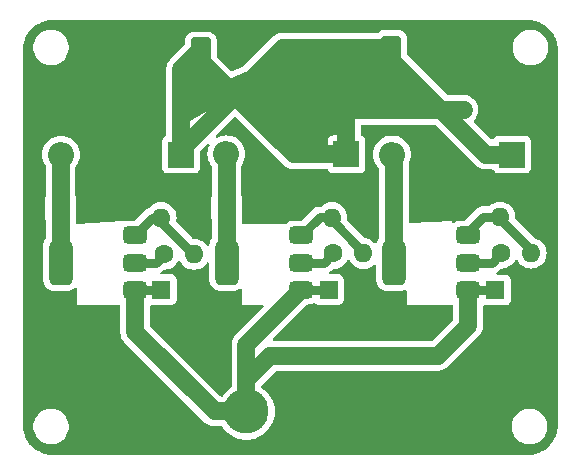
<source format=gbr>
%TF.GenerationSoftware,KiCad,Pcbnew,8.0.4*%
%TF.CreationDate,2024-09-04T12:44:35+09:00*%
%TF.ProjectId,servo_supply,73657276-6f5f-4737-9570-706c792e6b69,rev?*%
%TF.SameCoordinates,Original*%
%TF.FileFunction,Copper,L2,Bot*%
%TF.FilePolarity,Positive*%
%FSLAX46Y46*%
G04 Gerber Fmt 4.6, Leading zero omitted, Abs format (unit mm)*
G04 Created by KiCad (PCBNEW 8.0.4) date 2024-09-04 12:44:35*
%MOMM*%
%LPD*%
G01*
G04 APERTURE LIST*
G04 Aperture macros list*
%AMRoundRect*
0 Rectangle with rounded corners*
0 $1 Rounding radius*
0 $2 $3 $4 $5 $6 $7 $8 $9 X,Y pos of 4 corners*
0 Add a 4 corners polygon primitive as box body*
4,1,4,$2,$3,$4,$5,$6,$7,$8,$9,$2,$3,0*
0 Add four circle primitives for the rounded corners*
1,1,$1+$1,$2,$3*
1,1,$1+$1,$4,$5*
1,1,$1+$1,$6,$7*
1,1,$1+$1,$8,$9*
0 Add four rect primitives between the rounded corners*
20,1,$1+$1,$2,$3,$4,$5,0*
20,1,$1+$1,$4,$5,$6,$7,0*
20,1,$1+$1,$6,$7,$8,$9,0*
20,1,$1+$1,$8,$9,$2,$3,0*%
G04 Aperture macros list end*
%TA.AperFunction,ComponentPad*%
%ADD10C,1.600000*%
%TD*%
%TA.AperFunction,ComponentPad*%
%ADD11O,1.600000X1.600000*%
%TD*%
%TA.AperFunction,ComponentPad*%
%ADD12R,1.600000X1.600000*%
%TD*%
%TA.AperFunction,ComponentPad*%
%ADD13R,2.200000X2.200000*%
%TD*%
%TA.AperFunction,ComponentPad*%
%ADD14O,2.200000X2.200000*%
%TD*%
%TA.AperFunction,ComponentPad*%
%ADD15RoundRect,0.250000X-0.600000X-0.750000X0.600000X-0.750000X0.600000X0.750000X-0.600000X0.750000X0*%
%TD*%
%TA.AperFunction,ComponentPad*%
%ADD16O,1.700000X2.000000*%
%TD*%
%TA.AperFunction,SMDPad,CuDef*%
%ADD17RoundRect,0.375000X0.625000X0.375000X-0.625000X0.375000X-0.625000X-0.375000X0.625000X-0.375000X0*%
%TD*%
%TA.AperFunction,SMDPad,CuDef*%
%ADD18RoundRect,0.500000X0.500000X1.400000X-0.500000X1.400000X-0.500000X-1.400000X0.500000X-1.400000X0*%
%TD*%
%TA.AperFunction,ComponentPad*%
%ADD19R,3.800000X3.800000*%
%TD*%
%TA.AperFunction,ComponentPad*%
%ADD20C,3.800000*%
%TD*%
%TA.AperFunction,ViaPad*%
%ADD21C,0.600000*%
%TD*%
%TA.AperFunction,Conductor*%
%ADD22C,1.500000*%
%TD*%
%TA.AperFunction,Conductor*%
%ADD23C,0.800000*%
%TD*%
G04 APERTURE END LIST*
D10*
%TO.P,R6,1*%
%TO.N,GND*%
X152165000Y-89408000D03*
D11*
%TO.P,R6,2*%
%TO.N,Net-(U3-ADJ)*%
X149625000Y-89408000D03*
%TD*%
D12*
%TO.P,C2,1*%
%TO.N,Net-(D2-A)*%
X155174887Y-88560000D03*
D10*
%TO.P,C2,2*%
%TO.N,GND*%
X157674887Y-88560000D03*
%TD*%
%TO.P,R5,1*%
%TO.N,GND*%
X166624000Y-89408000D03*
D11*
%TO.P,R5,2*%
%TO.N,Net-(U2-ADJ)*%
X164084000Y-89408000D03*
%TD*%
D13*
%TO.P,D3,1,K*%
%TO.N,+8V*%
X151300000Y-84080000D03*
D14*
%TO.P,D3,2,A*%
%TO.N,Net-(D3-A)*%
X141140000Y-84080000D03*
%TD*%
D10*
%TO.P,R4,1*%
%TO.N,GND*%
X180848000Y-89370000D03*
D11*
%TO.P,R4,2*%
%TO.N,Net-(U1-ADJ)*%
X178308000Y-89370000D03*
%TD*%
D12*
%TO.P,C4,1*%
%TO.N,Net-(D1-A)*%
X169344888Y-88560000D03*
D10*
%TO.P,C4,2*%
%TO.N,GND*%
X171844888Y-88560000D03*
%TD*%
D15*
%TO.P,J2,1,Pin_1*%
%TO.N,+8V*%
X152980000Y-75180000D03*
D16*
%TO.P,J2,2,Pin_2*%
%TO.N,GND*%
X155480000Y-75180000D03*
%TD*%
D12*
%TO.P,C1,1*%
%TO.N,+12V*%
X177920000Y-95540000D03*
D10*
%TO.P,C1,2*%
%TO.N,GND*%
X177920000Y-98040000D03*
%TD*%
D12*
%TO.P,C3,1*%
%TO.N,+12V*%
X163800000Y-95524888D03*
D10*
%TO.P,C3,2*%
%TO.N,GND*%
X163800000Y-98024888D03*
%TD*%
D12*
%TO.P,C5,1*%
%TO.N,+12V*%
X149640000Y-95524888D03*
D10*
%TO.P,C5,2*%
%TO.N,GND*%
X149640000Y-98024888D03*
%TD*%
D13*
%TO.P,D1,1,K*%
%TO.N,+8V*%
X179324000Y-84074000D03*
D14*
%TO.P,D1,2,A*%
%TO.N,Net-(D1-A)*%
X169164000Y-84074000D03*
%TD*%
D10*
%TO.P,R3,1*%
%TO.N,Net-(D3-A)*%
X149860000Y-92510000D03*
D11*
%TO.P,R3,2*%
%TO.N,Net-(U3-ADJ)*%
X152400000Y-92510000D03*
%TD*%
D10*
%TO.P,R2,1*%
%TO.N,Net-(D2-A)*%
X164215000Y-92450000D03*
D11*
%TO.P,R2,2*%
%TO.N,Net-(U2-ADJ)*%
X166755000Y-92450000D03*
%TD*%
D13*
%TO.P,D2,1,K*%
%TO.N,+8V*%
X165310000Y-84060000D03*
D14*
%TO.P,D2,2,A*%
%TO.N,Net-(D2-A)*%
X155150000Y-84060000D03*
%TD*%
D10*
%TO.P,R1,1*%
%TO.N,Net-(D1-A)*%
X178415000Y-92420000D03*
D11*
%TO.P,R1,2*%
%TO.N,Net-(U1-ADJ)*%
X180955000Y-92420000D03*
%TD*%
D12*
%TO.P,C6,1*%
%TO.N,Net-(D3-A)*%
X141120000Y-88630000D03*
D10*
%TO.P,C6,2*%
%TO.N,GND*%
X143620000Y-88630000D03*
%TD*%
D15*
%TO.P,J3,1,Pin_1*%
%TO.N,+8V*%
X169100000Y-75030000D03*
D16*
%TO.P,J3,2,Pin_2*%
%TO.N,GND*%
X171600000Y-75030000D03*
%TD*%
D17*
%TO.P,U1,1,ADJ*%
%TO.N,Net-(U1-ADJ)*%
X175616000Y-90918000D03*
%TO.P,U1,2,VO*%
%TO.N,Net-(D1-A)*%
X175616000Y-93218000D03*
D18*
X169316000Y-93218000D03*
D17*
%TO.P,U1,3,VI*%
%TO.N,+12V*%
X175616000Y-95518000D03*
%TD*%
%TO.P,U2,1,ADJ*%
%TO.N,Net-(U2-ADJ)*%
X161494000Y-90918000D03*
%TO.P,U2,2,VO*%
%TO.N,Net-(D2-A)*%
X161494000Y-93218000D03*
D18*
X155194000Y-93218000D03*
D17*
%TO.P,U2,3,VI*%
%TO.N,+12V*%
X161494000Y-95518000D03*
%TD*%
D19*
%TO.P,J1,1,Pin_1*%
%TO.N,GND*%
X161840000Y-105830000D03*
D20*
%TO.P,J1,2,Pin_2*%
%TO.N,+12V*%
X156840000Y-105830000D03*
%TD*%
D17*
%TO.P,U3,1,ADJ*%
%TO.N,Net-(U3-ADJ)*%
X147422000Y-90918000D03*
%TO.P,U3,2,VO*%
%TO.N,Net-(D3-A)*%
X147422000Y-93218000D03*
D18*
X141122000Y-93218000D03*
D17*
%TO.P,U3,3,VI*%
%TO.N,+12V*%
X147422000Y-95518000D03*
%TD*%
D21*
%TO.N,GND*%
X153670000Y-99060000D03*
X168910000Y-98044000D03*
%TD*%
D22*
%TO.N,+8V*%
X177144000Y-84074000D02*
X179324000Y-84074000D01*
X169100000Y-76030000D02*
X177144000Y-84074000D01*
X169100000Y-75030000D02*
X169100000Y-76030000D01*
%TO.N,+12V*%
X154152995Y-105830000D02*
X147422000Y-99099005D01*
D23*
X175638000Y-95540000D02*
X175616000Y-95518000D01*
D22*
X156840000Y-105830000D02*
X156840000Y-103142995D01*
D23*
X161500888Y-95524888D02*
X161494000Y-95518000D01*
D22*
X147422000Y-99099005D02*
X147422000Y-95518000D01*
X156840000Y-100172000D02*
X161494000Y-95518000D01*
X158872995Y-101110000D02*
X173060000Y-101110000D01*
D23*
X163800000Y-95524888D02*
X161500888Y-95524888D01*
D22*
X156840000Y-103142995D02*
X158872995Y-101110000D01*
X156840000Y-105830000D02*
X156840000Y-100172000D01*
X175616000Y-98554000D02*
X175616000Y-95518000D01*
D23*
X147428888Y-95524888D02*
X147422000Y-95518000D01*
X163576000Y-95504000D02*
X163596888Y-95524888D01*
D22*
X156840000Y-105830000D02*
X154152995Y-105830000D01*
D23*
X149640000Y-95524888D02*
X147428888Y-95524888D01*
X163800000Y-95524888D02*
X163596888Y-95524888D01*
D22*
X173060000Y-101110000D02*
X175616000Y-98554000D01*
D23*
X177920000Y-95540000D02*
X175638000Y-95540000D01*
%TO.N,Net-(D2-A)*%
X161494000Y-93218000D02*
X163447000Y-93218000D01*
X163447000Y-93218000D02*
X164215000Y-92450000D01*
D22*
X155174887Y-88560000D02*
X155174887Y-84084887D01*
X155174887Y-84084887D02*
X155150000Y-84060000D01*
X155194000Y-88579113D02*
X155174887Y-88560000D01*
X155194000Y-93218000D02*
X155194000Y-88579113D01*
%TO.N,Net-(D1-A)*%
X169316000Y-88588888D02*
X169344888Y-88560000D01*
X169344888Y-88560000D02*
X169344888Y-84254888D01*
D23*
X177617000Y-93218000D02*
X178415000Y-92420000D01*
D22*
X169344888Y-84254888D02*
X169120000Y-84030000D01*
D23*
X175616000Y-93218000D02*
X177617000Y-93218000D01*
D22*
X169120000Y-84030000D02*
X168820000Y-84030000D01*
X169316000Y-93218000D02*
X169316000Y-88588888D01*
D23*
%TO.N,Net-(D3-A)*%
X147422000Y-93218000D02*
X149152000Y-93218000D01*
D22*
X141122000Y-88632000D02*
X141120000Y-88630000D01*
X141122000Y-93218000D02*
X141122000Y-88632000D01*
X141120000Y-84100000D02*
X141140000Y-84080000D01*
X141120000Y-88630000D02*
X141120000Y-84100000D01*
D23*
X149152000Y-93218000D02*
X149860000Y-92510000D01*
%TO.N,Net-(U1-ADJ)*%
X177965000Y-89430000D02*
X178222000Y-89430000D01*
X176880000Y-89370000D02*
X177965000Y-89370000D01*
X178222000Y-89430000D02*
X180955000Y-92163000D01*
X176870000Y-89360000D02*
X176880000Y-89370000D01*
X180955000Y-92163000D02*
X180955000Y-92420000D01*
X175616000Y-90614000D02*
X176870000Y-89360000D01*
X175616000Y-90918000D02*
X175616000Y-90614000D01*
%TO.N,Net-(U2-ADJ)*%
X163802000Y-89380000D02*
X163032000Y-89380000D01*
X163032000Y-89380000D02*
X161494000Y-90918000D01*
X166755000Y-92333000D02*
X163802000Y-89380000D01*
X166755000Y-92450000D02*
X166755000Y-92333000D01*
%TO.N,Net-(U3-ADJ)*%
X152620000Y-92510000D02*
X152336500Y-92510000D01*
X148890000Y-89450000D02*
X147422000Y-90918000D01*
X152336500Y-92510000D02*
X149276500Y-89450000D01*
X149276500Y-89450000D02*
X148890000Y-89450000D01*
D22*
%TO.N,+8V*%
X159920000Y-75030000D02*
X169100000Y-75030000D01*
X151300000Y-76860000D02*
X152980000Y-75180000D01*
X175235000Y-80285000D02*
X157085000Y-80285000D01*
X151300000Y-83650000D02*
X159920000Y-75030000D01*
X151300000Y-84080000D02*
X151300000Y-76860000D01*
X165310000Y-78820000D02*
X169100000Y-75030000D01*
X157085000Y-80285000D02*
X160860000Y-84060000D01*
X151300000Y-84080000D02*
X151300000Y-83650000D01*
X152980000Y-76180000D02*
X157085000Y-80285000D01*
X165310000Y-84060000D02*
X165310000Y-78820000D01*
X160860000Y-84060000D02*
X165310000Y-84060000D01*
X152980000Y-75180000D02*
X152980000Y-76180000D01*
%TD*%
%TA.AperFunction,Conductor*%
%TO.N,+8V*%
G36*
X167657555Y-75819386D02*
G01*
X167720342Y-75850032D01*
X167756595Y-75909760D01*
X167760119Y-75929025D01*
X167760494Y-75932697D01*
X167815641Y-76099119D01*
X167815643Y-76099124D01*
X167907684Y-76248345D01*
X168031654Y-76372315D01*
X168180875Y-76464356D01*
X168180880Y-76464358D01*
X168347302Y-76519505D01*
X168347309Y-76519506D01*
X168450019Y-76529999D01*
X168849999Y-76529999D01*
X168850000Y-76529998D01*
X168850000Y-76276105D01*
X172883286Y-79248000D01*
X173203987Y-79484306D01*
X173241339Y-79528678D01*
X173897157Y-80840314D01*
X173909532Y-80909079D01*
X173882764Y-80973618D01*
X173825354Y-81013440D01*
X173782492Y-81019711D01*
X165880482Y-80780257D01*
X165608000Y-80772000D01*
X165607999Y-80772000D01*
X165373000Y-82416999D01*
X165216031Y-83515776D01*
X165097708Y-83547482D01*
X165060000Y-83569252D01*
X165060000Y-82460000D01*
X164162155Y-82460000D01*
X164102627Y-82466401D01*
X164102620Y-82466403D01*
X163967913Y-82516645D01*
X163967906Y-82516649D01*
X163852812Y-82602809D01*
X163852809Y-82602812D01*
X163766649Y-82717906D01*
X163766645Y-82717913D01*
X163716403Y-82852620D01*
X163716401Y-82852627D01*
X163710000Y-82912155D01*
X163710000Y-83949955D01*
X163690315Y-84016994D01*
X163637511Y-84062749D01*
X163568353Y-84072693D01*
X163565615Y-84072268D01*
X160561807Y-83571634D01*
X160501884Y-83543801D01*
X155448001Y-79248000D01*
X155447999Y-79247999D01*
X152031347Y-81200372D01*
X151963374Y-81216542D01*
X151897450Y-81193396D01*
X151854504Y-81138283D01*
X151850122Y-81125065D01*
X150635722Y-76632160D01*
X150637232Y-76562308D01*
X150676268Y-76504360D01*
X150735038Y-76477493D01*
X152359941Y-76206676D01*
X152429301Y-76215072D01*
X152436227Y-76218306D01*
X155400000Y-77716000D01*
X157700000Y-76700000D01*
X159854695Y-74545304D01*
X159916016Y-74511821D01*
X159963160Y-74510742D01*
X167657555Y-75819386D01*
G37*
%TD.AperFunction*%
%TD*%
%TA.AperFunction,Conductor*%
%TO.N,GND*%
G36*
X151197865Y-93053348D02*
G01*
X151242382Y-93104725D01*
X151269429Y-93162728D01*
X151269432Y-93162734D01*
X151399954Y-93349141D01*
X151560858Y-93510045D01*
X151560861Y-93510047D01*
X151747266Y-93640568D01*
X151953504Y-93736739D01*
X152173308Y-93795635D01*
X152335230Y-93809801D01*
X152399998Y-93815468D01*
X152400000Y-93815468D01*
X152400002Y-93815468D01*
X152456673Y-93810509D01*
X152626692Y-93795635D01*
X152846496Y-93736739D01*
X153052734Y-93640568D01*
X153239139Y-93510047D01*
X153400047Y-93349139D01*
X153467926Y-93252195D01*
X153522501Y-93208572D01*
X153591999Y-93201378D01*
X153654354Y-93232900D01*
X153689769Y-93293129D01*
X153693500Y-93323320D01*
X153693500Y-94676028D01*
X153693501Y-94676034D01*
X153704113Y-94795415D01*
X153760089Y-94991045D01*
X153760090Y-94991048D01*
X153760091Y-94991049D01*
X153854302Y-95171407D01*
X153854304Y-95171409D01*
X153982890Y-95329109D01*
X154063869Y-95395138D01*
X154140593Y-95457698D01*
X154320951Y-95551909D01*
X154516582Y-95607886D01*
X154635963Y-95618500D01*
X155752036Y-95618499D01*
X155871418Y-95607886D01*
X156067049Y-95551909D01*
X156247407Y-95457698D01*
X156261639Y-95446092D01*
X156326035Y-95418984D01*
X156394865Y-95430993D01*
X156446275Y-95478308D01*
X156464000Y-95542195D01*
X156464000Y-96774000D01*
X158170164Y-96774000D01*
X158237203Y-96793685D01*
X158282958Y-96846489D01*
X158292902Y-96915647D01*
X158263877Y-96979203D01*
X158257845Y-96985681D01*
X155886174Y-99357351D01*
X155886174Y-99357352D01*
X155886172Y-99357354D01*
X155861123Y-99391831D01*
X155770476Y-99516594D01*
X155681117Y-99691969D01*
X155620290Y-99879173D01*
X155589500Y-100073577D01*
X155589500Y-103708179D01*
X155569815Y-103775218D01*
X155538385Y-103808497D01*
X155306846Y-103976719D01*
X155306836Y-103976727D01*
X155086652Y-104183494D01*
X154894111Y-104416236D01*
X154827029Y-104521942D01*
X154774487Y-104567998D01*
X154722332Y-104579500D01*
X154722331Y-104579500D01*
X154655292Y-104559815D01*
X154634650Y-104543181D01*
X148708819Y-98617350D01*
X148675334Y-98556027D01*
X148672500Y-98529669D01*
X148672500Y-96949387D01*
X148692185Y-96882348D01*
X148744989Y-96836593D01*
X148796495Y-96825387D01*
X150487872Y-96825387D01*
X150547483Y-96818979D01*
X150682331Y-96768684D01*
X150797546Y-96682434D01*
X150883796Y-96567219D01*
X150934091Y-96432371D01*
X150940500Y-96372761D01*
X150940499Y-94677016D01*
X150934091Y-94617405D01*
X150889432Y-94497669D01*
X150883797Y-94482559D01*
X150883793Y-94482552D01*
X150797547Y-94367343D01*
X150797544Y-94367340D01*
X150682335Y-94281094D01*
X150682328Y-94281090D01*
X150547482Y-94230796D01*
X150547483Y-94230796D01*
X150487883Y-94224389D01*
X150487881Y-94224388D01*
X150487873Y-94224388D01*
X150487865Y-94224388D01*
X149675463Y-94224388D01*
X149608424Y-94204703D01*
X149562669Y-94151899D01*
X149552725Y-94082741D01*
X149581750Y-94019185D01*
X149606564Y-93997291D01*
X149666959Y-93956936D01*
X149726036Y-93917464D01*
X149793052Y-93850446D01*
X149854374Y-93816961D01*
X149869919Y-93814600D01*
X150086692Y-93795635D01*
X150306496Y-93736739D01*
X150512734Y-93640568D01*
X150699139Y-93510047D01*
X150860047Y-93349139D01*
X150990568Y-93162734D01*
X151017618Y-93104724D01*
X151063790Y-93052285D01*
X151130983Y-93033133D01*
X151197865Y-93053348D01*
G37*
%TD.AperFunction*%
%TA.AperFunction,Conductor*%
G36*
X165552865Y-92993348D02*
G01*
X165597382Y-93044725D01*
X165624429Y-93102728D01*
X165624432Y-93102734D01*
X165754954Y-93289141D01*
X165915858Y-93450045D01*
X165915861Y-93450047D01*
X166102266Y-93580568D01*
X166308504Y-93676739D01*
X166528308Y-93735635D01*
X166690230Y-93749801D01*
X166754998Y-93755468D01*
X166755000Y-93755468D01*
X166755002Y-93755468D01*
X166811673Y-93750509D01*
X166981692Y-93735635D01*
X167201496Y-93676739D01*
X167407734Y-93580568D01*
X167594139Y-93450047D01*
X167603816Y-93440370D01*
X167665137Y-93406883D01*
X167734829Y-93411865D01*
X167790764Y-93453734D01*
X167815184Y-93519197D01*
X167815500Y-93528048D01*
X167815500Y-94676028D01*
X167815501Y-94676034D01*
X167826113Y-94795415D01*
X167882089Y-94991045D01*
X167882090Y-94991048D01*
X167882091Y-94991049D01*
X167976302Y-95171407D01*
X167976304Y-95171409D01*
X168104890Y-95329109D01*
X168185869Y-95395138D01*
X168262593Y-95457698D01*
X168442951Y-95551909D01*
X168638582Y-95607886D01*
X168757963Y-95618500D01*
X169874036Y-95618499D01*
X169993418Y-95607886D01*
X170189049Y-95551909D01*
X170252588Y-95518718D01*
X170321123Y-95505127D01*
X170386126Y-95530746D01*
X170426960Y-95587441D01*
X170434000Y-95628627D01*
X170434000Y-96774000D01*
X174241500Y-96774000D01*
X174308539Y-96793685D01*
X174354294Y-96846489D01*
X174365500Y-96898000D01*
X174365500Y-97984664D01*
X174345815Y-98051703D01*
X174329181Y-98072345D01*
X172578345Y-99823181D01*
X172517022Y-99856666D01*
X172490664Y-99859500D01*
X159220336Y-99859500D01*
X159153297Y-99839815D01*
X159107542Y-99787011D01*
X159097598Y-99717853D01*
X159126623Y-99654297D01*
X159132655Y-99647819D01*
X161975655Y-96804818D01*
X162036978Y-96771333D01*
X162063336Y-96768499D01*
X162195123Y-96768499D01*
X162195123Y-96768498D01*
X162237889Y-96765600D01*
X162422693Y-96719641D01*
X162516438Y-96673147D01*
X162585241Y-96660996D01*
X162645840Y-96684968D01*
X162757421Y-96768498D01*
X162757668Y-96768683D01*
X162757671Y-96768685D01*
X162892517Y-96818979D01*
X162892516Y-96818979D01*
X162899444Y-96819723D01*
X162952127Y-96825388D01*
X164647872Y-96825387D01*
X164707483Y-96818979D01*
X164842331Y-96768684D01*
X164957546Y-96682434D01*
X165043796Y-96567219D01*
X165094091Y-96432371D01*
X165100500Y-96372761D01*
X165100499Y-94677016D01*
X165094091Y-94617405D01*
X165049432Y-94497669D01*
X165043797Y-94482559D01*
X165043793Y-94482552D01*
X164957547Y-94367343D01*
X164957544Y-94367340D01*
X164842335Y-94281094D01*
X164842328Y-94281090D01*
X164707482Y-94230796D01*
X164707483Y-94230796D01*
X164647883Y-94224389D01*
X164647881Y-94224388D01*
X164647873Y-94224388D01*
X164647865Y-94224388D01*
X163970463Y-94224388D01*
X163903424Y-94204703D01*
X163857669Y-94151899D01*
X163847725Y-94082741D01*
X163876750Y-94019185D01*
X163901564Y-93997291D01*
X163961959Y-93956936D01*
X164021036Y-93917464D01*
X164148054Y-93790444D01*
X164209375Y-93756961D01*
X164224919Y-93754600D01*
X164441692Y-93735635D01*
X164661496Y-93676739D01*
X164867734Y-93580568D01*
X165054139Y-93450047D01*
X165215047Y-93289139D01*
X165345568Y-93102734D01*
X165372618Y-93044724D01*
X165418790Y-92992285D01*
X165485983Y-92973133D01*
X165552865Y-92993348D01*
G37*
%TD.AperFunction*%
%TA.AperFunction,Conductor*%
G36*
X180703736Y-72700726D02*
G01*
X180993796Y-72718271D01*
X181008659Y-72720076D01*
X181290798Y-72771780D01*
X181305335Y-72775363D01*
X181579172Y-72860695D01*
X181593163Y-72866000D01*
X181854743Y-72983727D01*
X181867989Y-72990680D01*
X182113465Y-73139075D01*
X182125776Y-73147573D01*
X182351573Y-73324473D01*
X182362781Y-73334403D01*
X182565596Y-73537218D01*
X182575526Y-73548426D01*
X182729677Y-73745186D01*
X182752422Y-73774217D01*
X182760926Y-73786537D01*
X182866076Y-73960476D01*
X182909316Y-74032004D01*
X182916275Y-74045263D01*
X183033997Y-74306831D01*
X183039306Y-74320832D01*
X183124635Y-74594663D01*
X183128219Y-74609201D01*
X183179923Y-74891340D01*
X183181728Y-74906205D01*
X183199274Y-75196263D01*
X183199500Y-75203750D01*
X183199500Y-106996249D01*
X183199274Y-107003736D01*
X183181728Y-107293794D01*
X183179923Y-107308659D01*
X183128219Y-107590798D01*
X183124635Y-107605336D01*
X183039306Y-107879167D01*
X183033997Y-107893168D01*
X182916275Y-108154736D01*
X182909316Y-108167995D01*
X182760928Y-108413459D01*
X182752422Y-108425782D01*
X182575526Y-108651573D01*
X182565596Y-108662781D01*
X182362781Y-108865596D01*
X182351573Y-108875526D01*
X182125782Y-109052422D01*
X182113459Y-109060928D01*
X181867995Y-109209316D01*
X181854736Y-109216275D01*
X181593168Y-109333997D01*
X181579167Y-109339306D01*
X181305336Y-109424635D01*
X181290798Y-109428219D01*
X181008659Y-109479923D01*
X180993794Y-109481728D01*
X180703736Y-109499274D01*
X180696249Y-109499500D01*
X140403751Y-109499500D01*
X140396264Y-109499274D01*
X140106205Y-109481728D01*
X140091340Y-109479923D01*
X139809201Y-109428219D01*
X139794663Y-109424635D01*
X139520832Y-109339306D01*
X139506831Y-109333997D01*
X139245263Y-109216275D01*
X139232004Y-109209316D01*
X138986540Y-109060928D01*
X138974217Y-109052422D01*
X138748426Y-108875526D01*
X138737218Y-108865596D01*
X138534403Y-108662781D01*
X138524473Y-108651573D01*
X138455514Y-108563553D01*
X138347573Y-108425776D01*
X138339075Y-108413465D01*
X138190680Y-108167989D01*
X138183727Y-108154743D01*
X138066000Y-107893163D01*
X138060693Y-107879167D01*
X138054974Y-107860815D01*
X137975363Y-107605335D01*
X137971780Y-107590798D01*
X137920076Y-107308659D01*
X137918271Y-107293794D01*
X137900726Y-107003736D01*
X137900500Y-106996249D01*
X137900500Y-106981902D01*
X138799500Y-106981902D01*
X138799500Y-107218097D01*
X138836446Y-107451368D01*
X138909433Y-107675996D01*
X138998897Y-107851578D01*
X139016657Y-107886433D01*
X139155483Y-108077510D01*
X139322490Y-108244517D01*
X139513567Y-108383343D01*
X139572673Y-108413459D01*
X139724003Y-108490566D01*
X139724005Y-108490566D01*
X139724008Y-108490568D01*
X139844412Y-108529689D01*
X139948631Y-108563553D01*
X140181903Y-108600500D01*
X140181908Y-108600500D01*
X140418097Y-108600500D01*
X140651368Y-108563553D01*
X140875992Y-108490568D01*
X141086433Y-108383343D01*
X141277510Y-108244517D01*
X141444517Y-108077510D01*
X141583343Y-107886433D01*
X141690568Y-107675992D01*
X141763553Y-107451368D01*
X141786156Y-107308659D01*
X141800500Y-107218097D01*
X141800500Y-106981902D01*
X141763553Y-106748631D01*
X141690566Y-106524003D01*
X141583342Y-106313566D01*
X141444517Y-106122490D01*
X141277510Y-105955483D01*
X141086433Y-105816657D01*
X140875996Y-105709433D01*
X140651368Y-105636446D01*
X140418097Y-105599500D01*
X140418092Y-105599500D01*
X140181908Y-105599500D01*
X140181903Y-105599500D01*
X139948631Y-105636446D01*
X139724003Y-105709433D01*
X139513566Y-105816657D01*
X139404550Y-105895862D01*
X139322490Y-105955483D01*
X139322488Y-105955485D01*
X139322487Y-105955485D01*
X139155485Y-106122487D01*
X139155485Y-106122488D01*
X139155483Y-106122490D01*
X139095862Y-106204550D01*
X139016657Y-106313566D01*
X138909433Y-106524003D01*
X138836446Y-106748631D01*
X138799500Y-106981902D01*
X137900500Y-106981902D01*
X137900500Y-84080000D01*
X139534551Y-84080000D01*
X139554317Y-84331151D01*
X139613126Y-84576110D01*
X139709533Y-84808859D01*
X139841160Y-85023653D01*
X139844024Y-85027595D01*
X139842700Y-85028556D01*
X139868357Y-85085787D01*
X139869500Y-85102581D01*
X139869500Y-87583271D01*
X139861682Y-87626604D01*
X139825908Y-87722517D01*
X139819501Y-87782116D01*
X139819501Y-87782123D01*
X139819500Y-87782135D01*
X139819500Y-89477870D01*
X139819501Y-89477876D01*
X139825908Y-89537483D01*
X139863682Y-89638757D01*
X139871500Y-89682090D01*
X139871500Y-91111053D01*
X139851815Y-91178092D01*
X139843602Y-91189413D01*
X139782305Y-91264587D01*
X139688089Y-91444954D01*
X139649203Y-91580858D01*
X139635984Y-91627059D01*
X139632114Y-91640583D01*
X139632113Y-91640586D01*
X139621500Y-91759966D01*
X139621500Y-94676028D01*
X139621501Y-94676034D01*
X139632113Y-94795415D01*
X139688089Y-94991045D01*
X139688090Y-94991048D01*
X139688091Y-94991049D01*
X139782302Y-95171407D01*
X139782304Y-95171409D01*
X139910890Y-95329109D01*
X139991869Y-95395138D01*
X140068593Y-95457698D01*
X140248951Y-95551909D01*
X140444582Y-95607886D01*
X140563963Y-95618500D01*
X141680036Y-95618499D01*
X141799418Y-95607886D01*
X141995049Y-95551909D01*
X142175407Y-95457698D01*
X142291639Y-95362922D01*
X142356035Y-95335814D01*
X142424865Y-95347823D01*
X142476276Y-95395138D01*
X142494000Y-95459025D01*
X142494000Y-96774000D01*
X146047500Y-96774000D01*
X146114539Y-96793685D01*
X146160294Y-96846489D01*
X146171500Y-96898000D01*
X146171500Y-99197427D01*
X146202290Y-99391831D01*
X146263117Y-99579035D01*
X146320663Y-99691974D01*
X146352476Y-99754410D01*
X146468172Y-99913651D01*
X153199166Y-106644645D01*
X153199167Y-106644646D01*
X153338349Y-106783828D01*
X153497590Y-106899524D01*
X153672970Y-106988884D01*
X153672974Y-106988886D01*
X153757218Y-107016258D01*
X153799341Y-107029944D01*
X153799342Y-107029945D01*
X153799343Y-107029945D01*
X153860168Y-107049709D01*
X153933071Y-107061255D01*
X154054573Y-107080500D01*
X154054578Y-107080500D01*
X154722332Y-107080500D01*
X154789371Y-107100185D01*
X154827029Y-107138058D01*
X154894111Y-107243763D01*
X154894114Y-107243767D01*
X154894115Y-107243768D01*
X155086651Y-107476504D01*
X155299083Y-107675992D01*
X155306836Y-107683272D01*
X155306846Y-107683280D01*
X155551193Y-107860808D01*
X155551198Y-107860810D01*
X155551205Y-107860816D01*
X155815896Y-108006332D01*
X155815901Y-108006334D01*
X155815903Y-108006335D01*
X155815904Y-108006336D01*
X156096734Y-108117524D01*
X156096737Y-108117525D01*
X156194259Y-108142564D01*
X156389302Y-108192642D01*
X156536039Y-108211179D01*
X156688963Y-108230499D01*
X156688969Y-108230499D01*
X156688973Y-108230500D01*
X156688975Y-108230500D01*
X156991025Y-108230500D01*
X156991027Y-108230500D01*
X156991032Y-108230499D01*
X156991036Y-108230499D01*
X157070591Y-108220448D01*
X157290698Y-108192642D01*
X157583262Y-108117525D01*
X157583265Y-108117524D01*
X157864095Y-108006336D01*
X157864096Y-108006335D01*
X157864094Y-108006335D01*
X157864104Y-108006332D01*
X158128795Y-107860816D01*
X158373162Y-107683274D01*
X158593349Y-107476504D01*
X158785885Y-107243768D01*
X158947733Y-106988736D01*
X158950949Y-106981902D01*
X179299500Y-106981902D01*
X179299500Y-107218097D01*
X179336446Y-107451368D01*
X179409433Y-107675996D01*
X179498897Y-107851578D01*
X179516657Y-107886433D01*
X179655483Y-108077510D01*
X179822490Y-108244517D01*
X180013567Y-108383343D01*
X180072673Y-108413459D01*
X180224003Y-108490566D01*
X180224005Y-108490566D01*
X180224008Y-108490568D01*
X180344412Y-108529689D01*
X180448631Y-108563553D01*
X180681903Y-108600500D01*
X180681908Y-108600500D01*
X180918097Y-108600500D01*
X181151368Y-108563553D01*
X181375992Y-108490568D01*
X181586433Y-108383343D01*
X181777510Y-108244517D01*
X181944517Y-108077510D01*
X182083343Y-107886433D01*
X182190568Y-107675992D01*
X182263553Y-107451368D01*
X182286156Y-107308659D01*
X182300500Y-107218097D01*
X182300500Y-106981902D01*
X182263553Y-106748631D01*
X182190566Y-106524003D01*
X182083342Y-106313566D01*
X181944517Y-106122490D01*
X181777510Y-105955483D01*
X181586433Y-105816657D01*
X181375996Y-105709433D01*
X181151368Y-105636446D01*
X180918097Y-105599500D01*
X180918092Y-105599500D01*
X180681908Y-105599500D01*
X180681903Y-105599500D01*
X180448631Y-105636446D01*
X180224003Y-105709433D01*
X180013566Y-105816657D01*
X179904550Y-105895862D01*
X179822490Y-105955483D01*
X179822488Y-105955485D01*
X179822487Y-105955485D01*
X179655485Y-106122487D01*
X179655485Y-106122488D01*
X179655483Y-106122490D01*
X179595862Y-106204550D01*
X179516657Y-106313566D01*
X179409433Y-106524003D01*
X179336446Y-106748631D01*
X179299500Y-106981902D01*
X158950949Y-106981902D01*
X159076341Y-106715430D01*
X159169681Y-106428160D01*
X159226280Y-106131457D01*
X159226844Y-106122490D01*
X159245246Y-105830005D01*
X159245246Y-105829994D01*
X159226281Y-105528553D01*
X159226280Y-105528546D01*
X159226280Y-105528543D01*
X159169681Y-105231840D01*
X159076341Y-104944570D01*
X158947733Y-104671264D01*
X158889498Y-104579500D01*
X158785888Y-104416236D01*
X158593347Y-104183494D01*
X158373163Y-103976727D01*
X158373153Y-103976719D01*
X158144019Y-103810244D01*
X158101353Y-103754914D01*
X158095374Y-103685301D01*
X158127979Y-103623506D01*
X158129149Y-103622319D01*
X159354650Y-102396819D01*
X159415973Y-102363334D01*
X159442331Y-102360500D01*
X173158422Y-102360500D01*
X173352826Y-102329709D01*
X173540026Y-102268884D01*
X173715405Y-102179524D01*
X173874646Y-102063828D01*
X176569828Y-99368646D01*
X176685524Y-99209405D01*
X176774884Y-99034026D01*
X176835709Y-98846826D01*
X176866500Y-98652421D01*
X176866500Y-96956303D01*
X176886185Y-96889264D01*
X176938989Y-96843509D01*
X177004718Y-96834057D01*
X177004804Y-96833262D01*
X177007922Y-96833597D01*
X177008147Y-96833565D01*
X177008832Y-96833695D01*
X177021006Y-96835003D01*
X177072127Y-96840500D01*
X178767872Y-96840499D01*
X178827483Y-96834091D01*
X178962331Y-96783796D01*
X179077546Y-96697546D01*
X179163796Y-96582331D01*
X179214091Y-96447483D01*
X179220500Y-96387873D01*
X179220499Y-94692128D01*
X179214091Y-94632517D01*
X179208454Y-94617404D01*
X179163797Y-94497671D01*
X179163793Y-94497664D01*
X179077547Y-94382455D01*
X179077544Y-94382452D01*
X178962335Y-94296206D01*
X178962328Y-94296202D01*
X178827482Y-94245908D01*
X178827483Y-94245908D01*
X178767883Y-94239501D01*
X178767881Y-94239500D01*
X178767873Y-94239500D01*
X178767865Y-94239500D01*
X178117847Y-94239500D01*
X178050808Y-94219815D01*
X178005053Y-94167011D01*
X177995109Y-94097853D01*
X178024134Y-94034297D01*
X178048948Y-94012403D01*
X178131959Y-93956936D01*
X178191036Y-93917464D01*
X178348055Y-93760443D01*
X178409374Y-93726961D01*
X178424916Y-93724600D01*
X178641692Y-93705635D01*
X178861496Y-93646739D01*
X179067734Y-93550568D01*
X179254139Y-93420047D01*
X179415047Y-93259139D01*
X179545568Y-93072734D01*
X179572618Y-93014724D01*
X179618790Y-92962285D01*
X179685983Y-92943133D01*
X179752865Y-92963348D01*
X179797382Y-93014725D01*
X179824429Y-93072728D01*
X179824432Y-93072734D01*
X179954954Y-93259141D01*
X180115858Y-93420045D01*
X180158703Y-93450045D01*
X180302266Y-93550568D01*
X180508504Y-93646739D01*
X180728308Y-93705635D01*
X180890230Y-93719801D01*
X180954998Y-93725468D01*
X180955000Y-93725468D01*
X180955002Y-93725468D01*
X181011673Y-93720509D01*
X181181692Y-93705635D01*
X181401496Y-93646739D01*
X181607734Y-93550568D01*
X181794139Y-93420047D01*
X181955047Y-93259139D01*
X182085568Y-93072734D01*
X182181739Y-92866496D01*
X182240635Y-92646692D01*
X182260468Y-92420000D01*
X182240635Y-92193308D01*
X182181739Y-91973504D01*
X182085568Y-91767266D01*
X181955047Y-91580861D01*
X181955045Y-91580858D01*
X181794141Y-91419954D01*
X181607734Y-91289432D01*
X181607732Y-91289431D01*
X181401497Y-91193261D01*
X181401491Y-91193259D01*
X181238607Y-91149615D01*
X181183020Y-91117521D01*
X179640036Y-89574536D01*
X179606551Y-89513213D01*
X179604189Y-89476051D01*
X179613468Y-89370000D01*
X179593635Y-89143308D01*
X179544921Y-88961504D01*
X179534741Y-88923511D01*
X179534738Y-88923502D01*
X179456288Y-88755267D01*
X179438568Y-88717266D01*
X179308047Y-88530861D01*
X179308045Y-88530858D01*
X179147141Y-88369954D01*
X178960734Y-88239432D01*
X178960732Y-88239431D01*
X178754497Y-88143261D01*
X178754488Y-88143258D01*
X178534697Y-88084366D01*
X178534693Y-88084365D01*
X178534692Y-88084365D01*
X178534691Y-88084364D01*
X178534686Y-88084364D01*
X178308002Y-88064532D01*
X178307998Y-88064532D01*
X178081313Y-88084364D01*
X178081302Y-88084366D01*
X177861511Y-88143258D01*
X177861502Y-88143261D01*
X177655267Y-88239431D01*
X177655265Y-88239432D01*
X177468862Y-88369951D01*
X177437248Y-88401566D01*
X177405631Y-88433182D01*
X177344311Y-88466666D01*
X177317952Y-88469500D01*
X177021177Y-88469500D01*
X176996986Y-88467117D01*
X176981141Y-88463965D01*
X176958693Y-88459500D01*
X176958692Y-88459500D01*
X176781308Y-88459500D01*
X176781303Y-88459500D01*
X176607341Y-88494103D01*
X176607333Y-88494105D01*
X176443455Y-88561985D01*
X176295961Y-88660537D01*
X175325317Y-89631181D01*
X175263994Y-89664666D01*
X175237636Y-89667500D01*
X174914878Y-89667500D01*
X174914874Y-89667501D01*
X174872113Y-89670399D01*
X174872112Y-89670399D01*
X174687303Y-89716360D01*
X174516707Y-89800967D01*
X174516705Y-89800968D01*
X174445686Y-89858055D01*
X174381102Y-89884713D01*
X174312358Y-89872222D01*
X174261280Y-89824548D01*
X174244000Y-89761407D01*
X174244000Y-89661999D01*
X170698748Y-89898349D01*
X170630548Y-89883168D01*
X170581382Y-89833524D01*
X170566500Y-89774624D01*
X170566500Y-89673236D01*
X170584950Y-89610401D01*
X170584432Y-89610118D01*
X170585733Y-89607734D01*
X170586185Y-89606197D01*
X170588001Y-89603581D01*
X170588681Y-89602335D01*
X170588680Y-89602335D01*
X170588684Y-89602331D01*
X170638979Y-89467483D01*
X170645388Y-89407873D01*
X170645387Y-87712128D01*
X170638979Y-87652517D01*
X170603206Y-87556604D01*
X170595388Y-87513271D01*
X170595388Y-84825298D01*
X170604827Y-84777845D01*
X170690873Y-84570111D01*
X170749683Y-84325148D01*
X170769449Y-84074000D01*
X170749683Y-83822852D01*
X170690873Y-83577889D01*
X170685072Y-83563885D01*
X170594466Y-83345140D01*
X170462839Y-83130346D01*
X170462838Y-83130343D01*
X170304348Y-82944776D01*
X170299224Y-82938776D01*
X170118116Y-82784095D01*
X170107656Y-82775161D01*
X170107653Y-82775160D01*
X169892859Y-82643533D01*
X169660110Y-82547126D01*
X169415151Y-82488317D01*
X169164000Y-82468551D01*
X168912848Y-82488317D01*
X168667889Y-82547126D01*
X168435140Y-82643533D01*
X168220346Y-82775160D01*
X168220343Y-82775161D01*
X168028776Y-82938776D01*
X167865161Y-83130343D01*
X167865160Y-83130346D01*
X167733533Y-83345140D01*
X167637126Y-83577889D01*
X167578318Y-83822847D01*
X167578317Y-83822850D01*
X167570395Y-83923496D01*
X167569622Y-83930032D01*
X167569375Y-83933169D01*
X167569118Y-83939734D01*
X167558551Y-84073999D01*
X167578317Y-84325151D01*
X167637126Y-84570110D01*
X167733533Y-84802859D01*
X167865160Y-85017653D01*
X167865161Y-85017656D01*
X167896719Y-85054605D01*
X168028776Y-85209224D01*
X168050918Y-85228134D01*
X168089112Y-85286639D01*
X168094388Y-85322426D01*
X168094388Y-87513271D01*
X168086570Y-87556604D01*
X168050796Y-87652517D01*
X168044389Y-87712116D01*
X168044389Y-87712123D01*
X168044388Y-87712135D01*
X168044388Y-89407870D01*
X168044389Y-89407876D01*
X168050796Y-89467483D01*
X168057682Y-89485943D01*
X168065500Y-89529276D01*
X168065500Y-91111053D01*
X168045815Y-91178092D01*
X168037602Y-91189413D01*
X167976305Y-91264587D01*
X167944000Y-91326432D01*
X167883528Y-91442201D01*
X167882089Y-91444955D01*
X167874862Y-91470212D01*
X167837494Y-91529249D01*
X167774140Y-91558711D01*
X167704914Y-91549245D01*
X167667966Y-91523779D01*
X167594141Y-91449954D01*
X167407734Y-91319432D01*
X167407732Y-91319431D01*
X167201497Y-91223261D01*
X167201488Y-91223258D01*
X166981697Y-91164366D01*
X166981687Y-91164364D01*
X166893141Y-91156617D01*
X166828073Y-91131164D01*
X166816269Y-91120770D01*
X165407348Y-89711848D01*
X165373863Y-89650525D01*
X165371501Y-89613359D01*
X165371994Y-89607734D01*
X165389468Y-89408000D01*
X165369635Y-89181308D01*
X165310739Y-88961504D01*
X165214568Y-88755266D01*
X165084047Y-88568861D01*
X165084046Y-88568860D01*
X165084045Y-88568858D01*
X164923141Y-88407954D01*
X164736734Y-88277432D01*
X164736732Y-88277431D01*
X164530497Y-88181261D01*
X164530488Y-88181258D01*
X164310697Y-88122366D01*
X164310693Y-88122365D01*
X164310692Y-88122365D01*
X164310691Y-88122364D01*
X164310686Y-88122364D01*
X164084002Y-88102532D01*
X164083998Y-88102532D01*
X163857313Y-88122364D01*
X163857302Y-88122366D01*
X163637511Y-88181258D01*
X163637502Y-88181261D01*
X163431267Y-88277431D01*
X163431265Y-88277432D01*
X163244859Y-88407953D01*
X163209634Y-88443180D01*
X163148312Y-88476666D01*
X163121952Y-88479500D01*
X162943306Y-88479500D01*
X162769341Y-88514103D01*
X162769332Y-88514106D01*
X162605459Y-88581983D01*
X162605452Y-88581987D01*
X162570491Y-88605348D01*
X162462464Y-88677530D01*
X162462463Y-88677530D01*
X162457968Y-88680533D01*
X162457960Y-88680540D01*
X161507317Y-89631181D01*
X161445994Y-89664666D01*
X161419636Y-89667500D01*
X160792877Y-89667500D01*
X160792874Y-89667501D01*
X160750113Y-89670399D01*
X160750112Y-89670399D01*
X160565303Y-89716360D01*
X160394707Y-89800967D01*
X160394704Y-89800969D01*
X160285629Y-89888647D01*
X160221045Y-89915306D01*
X160207942Y-89916000D01*
X156568500Y-89916000D01*
X156501461Y-89896315D01*
X156455706Y-89843511D01*
X156444500Y-89792000D01*
X156444500Y-89555483D01*
X156452318Y-89512150D01*
X156454275Y-89506903D01*
X156468978Y-89467483D01*
X156475387Y-89407873D01*
X156475386Y-87712128D01*
X156468978Y-87652517D01*
X156433205Y-87556604D01*
X156425387Y-87513271D01*
X156425387Y-85076223D01*
X156445072Y-85009184D01*
X156448721Y-85003846D01*
X156448840Y-85003653D01*
X156580466Y-84788859D01*
X156676873Y-84556111D01*
X156735683Y-84311148D01*
X156755449Y-84060000D01*
X156735683Y-83808852D01*
X156676873Y-83563889D01*
X156676871Y-83563885D01*
X156580466Y-83331140D01*
X156448839Y-83116346D01*
X156448838Y-83116343D01*
X156411875Y-83073066D01*
X156285224Y-82924776D01*
X156117076Y-82781164D01*
X156093656Y-82761161D01*
X156093653Y-82761160D01*
X155878859Y-82629533D01*
X155646110Y-82533126D01*
X155401151Y-82474317D01*
X155150000Y-82454551D01*
X154898848Y-82474317D01*
X154653887Y-82533127D01*
X154653885Y-82533127D01*
X154429973Y-82625874D01*
X154360504Y-82633343D01*
X154298025Y-82602067D01*
X154262373Y-82541978D01*
X154264867Y-82472153D01*
X154294837Y-82423635D01*
X155787322Y-80931151D01*
X155848641Y-80897669D01*
X155918333Y-80902653D01*
X155962680Y-80931154D01*
X156131172Y-81099646D01*
X160045354Y-85013828D01*
X160204595Y-85129524D01*
X160379974Y-85218884D01*
X160529546Y-85267483D01*
X160567174Y-85279709D01*
X160578375Y-85281483D01*
X160761578Y-85310500D01*
X160761583Y-85310500D01*
X163645859Y-85310500D01*
X163712898Y-85330185D01*
X163758653Y-85382989D01*
X163762030Y-85391140D01*
X163766204Y-85402331D01*
X163766205Y-85402332D01*
X163766206Y-85402335D01*
X163852452Y-85517544D01*
X163852455Y-85517547D01*
X163967664Y-85603793D01*
X163967671Y-85603797D01*
X164102517Y-85654091D01*
X164102516Y-85654091D01*
X164109444Y-85654835D01*
X164162127Y-85660500D01*
X166457872Y-85660499D01*
X166517483Y-85654091D01*
X166652331Y-85603796D01*
X166767546Y-85517546D01*
X166853796Y-85402331D01*
X166904091Y-85267483D01*
X166910500Y-85207873D01*
X166910499Y-82912128D01*
X166904091Y-82852517D01*
X166893268Y-82823500D01*
X166853797Y-82717671D01*
X166853793Y-82717664D01*
X166767547Y-82602455D01*
X166767544Y-82602452D01*
X166652335Y-82516206D01*
X166652332Y-82516205D01*
X166652331Y-82516204D01*
X166641161Y-82512038D01*
X166585231Y-82470166D01*
X166560816Y-82404701D01*
X166560500Y-82395858D01*
X166560500Y-81659500D01*
X166580185Y-81592461D01*
X166632989Y-81546706D01*
X166684500Y-81535500D01*
X172785664Y-81535500D01*
X172852703Y-81555185D01*
X172873345Y-81571819D01*
X176329354Y-85027828D01*
X176488595Y-85143524D01*
X176663974Y-85232884D01*
X176808087Y-85279709D01*
X176810521Y-85280500D01*
X176810523Y-85280501D01*
X176851166Y-85293707D01*
X176851169Y-85293707D01*
X176851174Y-85293709D01*
X176941213Y-85307969D01*
X177045578Y-85324500D01*
X177045583Y-85324500D01*
X177045584Y-85324500D01*
X177242417Y-85324500D01*
X177659859Y-85324500D01*
X177726898Y-85344185D01*
X177772653Y-85396989D01*
X177776030Y-85405140D01*
X177780204Y-85416331D01*
X177780205Y-85416332D01*
X177780206Y-85416335D01*
X177866452Y-85531544D01*
X177866455Y-85531547D01*
X177981664Y-85617793D01*
X177981671Y-85617797D01*
X178116517Y-85668091D01*
X178116516Y-85668091D01*
X178123444Y-85668835D01*
X178176127Y-85674500D01*
X180471872Y-85674499D01*
X180531483Y-85668091D01*
X180666331Y-85617796D01*
X180781546Y-85531546D01*
X180867796Y-85416331D01*
X180918091Y-85281483D01*
X180924500Y-85221873D01*
X180924499Y-82926128D01*
X180918091Y-82866517D01*
X180912869Y-82852517D01*
X180867797Y-82731671D01*
X180867793Y-82731664D01*
X180781547Y-82616455D01*
X180781544Y-82616452D01*
X180666335Y-82530206D01*
X180666328Y-82530202D01*
X180531482Y-82479908D01*
X180531483Y-82479908D01*
X180471883Y-82473501D01*
X180471881Y-82473500D01*
X180471873Y-82473500D01*
X180471864Y-82473500D01*
X178176129Y-82473500D01*
X178176123Y-82473501D01*
X178116516Y-82479908D01*
X177981671Y-82530202D01*
X177981664Y-82530206D01*
X177866455Y-82616452D01*
X177776031Y-82737241D01*
X177720097Y-82779112D01*
X177650405Y-82784095D01*
X177589084Y-82750610D01*
X176151155Y-81312681D01*
X176117670Y-81251358D01*
X176122654Y-81181666D01*
X176151155Y-81137319D01*
X176188828Y-81099646D01*
X176304524Y-80940405D01*
X176393884Y-80765025D01*
X176454709Y-80577826D01*
X176485500Y-80383422D01*
X176485500Y-80186577D01*
X176454709Y-79992173D01*
X176393882Y-79804970D01*
X176304523Y-79629594D01*
X176188828Y-79470354D01*
X176049646Y-79331172D01*
X175890405Y-79215476D01*
X175715029Y-79126117D01*
X175527826Y-79065290D01*
X175333422Y-79034500D01*
X175333417Y-79034500D01*
X173924336Y-79034500D01*
X173857297Y-79014815D01*
X173836655Y-78998181D01*
X170486818Y-75648344D01*
X170453333Y-75587021D01*
X170450499Y-75560663D01*
X170450499Y-74881902D01*
X179399500Y-74881902D01*
X179399500Y-75118097D01*
X179436446Y-75351368D01*
X179509433Y-75575996D01*
X179616657Y-75786433D01*
X179755483Y-75977510D01*
X179922490Y-76144517D01*
X180113567Y-76283343D01*
X180212991Y-76334002D01*
X180324003Y-76390566D01*
X180324005Y-76390566D01*
X180324008Y-76390568D01*
X180444412Y-76429689D01*
X180548631Y-76463553D01*
X180781903Y-76500500D01*
X180781908Y-76500500D01*
X181018097Y-76500500D01*
X181251368Y-76463553D01*
X181475992Y-76390568D01*
X181686433Y-76283343D01*
X181877510Y-76144517D01*
X182044517Y-75977510D01*
X182183343Y-75786433D01*
X182290568Y-75575992D01*
X182363553Y-75351368D01*
X182400500Y-75118097D01*
X182400500Y-74881902D01*
X182363553Y-74648631D01*
X182290566Y-74424003D01*
X182230863Y-74306831D01*
X182183343Y-74213567D01*
X182044517Y-74022490D01*
X181877510Y-73855483D01*
X181686433Y-73716657D01*
X181475996Y-73609433D01*
X181251368Y-73536446D01*
X181018097Y-73499500D01*
X181018092Y-73499500D01*
X180781908Y-73499500D01*
X180781903Y-73499500D01*
X180548631Y-73536446D01*
X180324003Y-73609433D01*
X180113566Y-73716657D01*
X180004550Y-73795862D01*
X179922490Y-73855483D01*
X179922488Y-73855485D01*
X179922487Y-73855485D01*
X179755485Y-74022487D01*
X179755485Y-74022488D01*
X179755483Y-74022490D01*
X179716481Y-74076172D01*
X179616657Y-74213566D01*
X179509433Y-74424003D01*
X179436446Y-74648631D01*
X179399500Y-74881902D01*
X170450499Y-74881902D01*
X170450499Y-74229998D01*
X170450498Y-74229981D01*
X170439999Y-74127203D01*
X170439998Y-74127200D01*
X170434518Y-74110663D01*
X170384814Y-73960666D01*
X170292712Y-73811344D01*
X170168656Y-73687288D01*
X170019334Y-73595186D01*
X169852797Y-73540001D01*
X169852795Y-73540000D01*
X169750010Y-73529500D01*
X168449998Y-73529500D01*
X168449981Y-73529501D01*
X168347203Y-73540000D01*
X168347200Y-73540001D01*
X168180668Y-73595185D01*
X168180663Y-73595187D01*
X168031342Y-73687289D01*
X167975451Y-73743181D01*
X167914128Y-73776666D01*
X167887770Y-73779500D01*
X159821578Y-73779500D01*
X159627173Y-73810290D01*
X159439969Y-73871117D01*
X159264594Y-73960476D01*
X159173741Y-74026485D01*
X159105354Y-74076172D01*
X159105352Y-74076174D01*
X159105351Y-74076174D01*
X156523662Y-76657862D01*
X156486086Y-76683607D01*
X155707885Y-77027370D01*
X155638608Y-77036453D01*
X155575418Y-77006640D01*
X155570099Y-77001625D01*
X154366818Y-75798344D01*
X154333333Y-75737021D01*
X154330499Y-75710663D01*
X154330499Y-74379998D01*
X154330498Y-74379981D01*
X154319999Y-74277203D01*
X154319998Y-74277200D01*
X154298912Y-74213567D01*
X154264814Y-74110666D01*
X154172712Y-73961344D01*
X154048656Y-73837288D01*
X153899334Y-73745186D01*
X153732797Y-73690001D01*
X153732795Y-73690000D01*
X153630010Y-73679500D01*
X152329998Y-73679500D01*
X152329981Y-73679501D01*
X152227203Y-73690000D01*
X152227200Y-73690001D01*
X152060668Y-73745185D01*
X152060663Y-73745187D01*
X151911342Y-73837289D01*
X151787289Y-73961342D01*
X151695187Y-74110663D01*
X151695186Y-74110666D01*
X151640001Y-74277203D01*
X151640001Y-74277204D01*
X151640000Y-74277204D01*
X151629500Y-74379983D01*
X151629500Y-74710663D01*
X151609815Y-74777702D01*
X151593181Y-74798344D01*
X150346174Y-76045351D01*
X150346172Y-76045354D01*
X150296485Y-76113741D01*
X150230476Y-76204594D01*
X150140669Y-76380851D01*
X150139608Y-76384612D01*
X150080291Y-76567169D01*
X150080291Y-76567172D01*
X150049500Y-76761577D01*
X150049500Y-82415858D01*
X150029815Y-82482897D01*
X149977011Y-82528652D01*
X149968847Y-82532034D01*
X149957669Y-82536204D01*
X149957664Y-82536206D01*
X149842455Y-82622452D01*
X149842452Y-82622455D01*
X149756206Y-82737664D01*
X149756202Y-82737671D01*
X149705908Y-82872517D01*
X149699501Y-82932116D01*
X149699500Y-82932135D01*
X149699500Y-85227870D01*
X149699501Y-85227876D01*
X149705908Y-85287483D01*
X149756202Y-85422328D01*
X149756206Y-85422335D01*
X149842452Y-85537544D01*
X149842455Y-85537547D01*
X149957664Y-85623793D01*
X149957671Y-85623797D01*
X150092517Y-85674091D01*
X150092516Y-85674091D01*
X150096321Y-85674500D01*
X150152127Y-85680500D01*
X152447872Y-85680499D01*
X152507483Y-85674091D01*
X152642331Y-85623796D01*
X152757546Y-85537546D01*
X152843796Y-85422331D01*
X152894091Y-85287483D01*
X152900500Y-85227873D01*
X152900499Y-83869334D01*
X152920184Y-83802296D01*
X152936813Y-83781659D01*
X153513634Y-83204838D01*
X153574955Y-83171355D01*
X153644647Y-83176339D01*
X153700580Y-83218211D01*
X153724997Y-83283675D01*
X153715874Y-83339973D01*
X153623127Y-83563885D01*
X153623127Y-83563887D01*
X153564317Y-83808848D01*
X153544551Y-84060000D01*
X153564317Y-84311151D01*
X153623126Y-84556110D01*
X153719533Y-84788859D01*
X153851160Y-85003653D01*
X153851161Y-85003655D01*
X153851162Y-85003657D01*
X153851164Y-85003659D01*
X153894678Y-85054607D01*
X153923248Y-85118366D01*
X153924387Y-85135137D01*
X153924387Y-87513271D01*
X153916569Y-87556604D01*
X153880795Y-87652517D01*
X153874388Y-87712116D01*
X153874388Y-87712123D01*
X153874387Y-87712135D01*
X153874387Y-89407870D01*
X153874388Y-89407876D01*
X153880795Y-89467483D01*
X153934190Y-89610641D01*
X153931954Y-89611474D01*
X153943500Y-89656706D01*
X153943500Y-91111053D01*
X153923815Y-91178092D01*
X153915602Y-91189413D01*
X153854305Y-91264587D01*
X153760089Y-91444954D01*
X153721203Y-91580858D01*
X153707984Y-91627059D01*
X153704114Y-91640583D01*
X153704113Y-91640586D01*
X153697571Y-91714171D01*
X153672026Y-91779204D01*
X153615378Y-91820102D01*
X153545610Y-91823882D01*
X153484875Y-91789342D01*
X153472487Y-91774317D01*
X153400047Y-91670861D01*
X153400046Y-91670860D01*
X153400044Y-91670857D01*
X153239141Y-91509954D01*
X153052734Y-91379432D01*
X153052732Y-91379431D01*
X152846497Y-91283261D01*
X152846488Y-91283258D01*
X152626697Y-91224366D01*
X152626693Y-91224365D01*
X152626692Y-91224365D01*
X152626691Y-91224364D01*
X152626686Y-91224364D01*
X152400002Y-91204532D01*
X152399994Y-91204532D01*
X152369809Y-91207172D01*
X152301309Y-91193404D01*
X152271324Y-91171325D01*
X150924076Y-89824077D01*
X150890591Y-89762754D01*
X150891983Y-89704301D01*
X150910633Y-89634699D01*
X150910632Y-89634699D01*
X150910635Y-89634692D01*
X150930468Y-89408000D01*
X150910635Y-89181308D01*
X150851739Y-88961504D01*
X150755568Y-88755266D01*
X150625047Y-88568861D01*
X150625046Y-88568860D01*
X150625045Y-88568858D01*
X150464141Y-88407954D01*
X150277734Y-88277432D01*
X150277732Y-88277431D01*
X150071497Y-88181261D01*
X150071488Y-88181258D01*
X149851697Y-88122366D01*
X149851693Y-88122365D01*
X149851692Y-88122365D01*
X149851691Y-88122364D01*
X149851686Y-88122364D01*
X149625002Y-88102532D01*
X149624998Y-88102532D01*
X149398313Y-88122364D01*
X149398302Y-88122366D01*
X149178511Y-88181258D01*
X149178502Y-88181261D01*
X148972267Y-88277431D01*
X148972265Y-88277432D01*
X148785858Y-88407954D01*
X148624952Y-88568860D01*
X148623581Y-88570495D01*
X148622595Y-88571217D01*
X148621125Y-88572688D01*
X148620898Y-88572461D01*
X148576048Y-88605347D01*
X148511738Y-88631987D01*
X148463453Y-88651986D01*
X148412721Y-88685885D01*
X148378822Y-88708536D01*
X148315965Y-88750535D01*
X148315961Y-88750538D01*
X147435317Y-89631181D01*
X147373994Y-89664666D01*
X147347636Y-89667500D01*
X146720877Y-89667500D01*
X146720874Y-89667501D01*
X146678113Y-89670399D01*
X146678112Y-89670399D01*
X146493303Y-89716360D01*
X146493300Y-89716361D01*
X146483090Y-89721425D01*
X146414285Y-89733574D01*
X146349834Y-89706595D01*
X146343945Y-89698046D01*
X146343285Y-89698753D01*
X146304000Y-89661999D01*
X142504748Y-89915282D01*
X142436548Y-89900101D01*
X142387382Y-89850457D01*
X142372500Y-89791557D01*
X142372500Y-89671366D01*
X142380318Y-89628033D01*
X142414091Y-89537482D01*
X142416700Y-89513213D01*
X142420500Y-89477873D01*
X142420499Y-87782128D01*
X142414091Y-87722517D01*
X142410216Y-87712128D01*
X142378318Y-87626604D01*
X142370500Y-87583271D01*
X142370500Y-85149415D01*
X142390185Y-85082376D01*
X142400203Y-85068891D01*
X142438836Y-85023659D01*
X142570466Y-84808859D01*
X142666873Y-84576111D01*
X142725683Y-84331148D01*
X142745449Y-84080000D01*
X142725683Y-83828852D01*
X142666873Y-83583889D01*
X142570466Y-83351141D01*
X142570466Y-83351140D01*
X142438839Y-83136346D01*
X142438838Y-83136343D01*
X142401875Y-83093066D01*
X142275224Y-82944776D01*
X142087091Y-82784095D01*
X142083656Y-82781161D01*
X142083653Y-82781160D01*
X141868859Y-82649533D01*
X141636110Y-82553126D01*
X141391151Y-82494317D01*
X141140000Y-82474551D01*
X140888848Y-82494317D01*
X140643889Y-82553126D01*
X140411140Y-82649533D01*
X140196346Y-82781160D01*
X140196343Y-82781161D01*
X140004776Y-82944776D01*
X139841161Y-83136343D01*
X139841160Y-83136346D01*
X139709533Y-83351140D01*
X139613126Y-83583889D01*
X139554317Y-83828848D01*
X139534551Y-84080000D01*
X137900500Y-84080000D01*
X137900500Y-75203750D01*
X137900726Y-75196263D01*
X137918271Y-74906205D01*
X137920076Y-74891340D01*
X137921805Y-74881908D01*
X137921806Y-74881902D01*
X138799500Y-74881902D01*
X138799500Y-75118097D01*
X138836446Y-75351368D01*
X138909433Y-75575996D01*
X139016657Y-75786433D01*
X139155483Y-75977510D01*
X139322490Y-76144517D01*
X139513567Y-76283343D01*
X139612991Y-76334002D01*
X139724003Y-76390566D01*
X139724005Y-76390566D01*
X139724008Y-76390568D01*
X139844412Y-76429689D01*
X139948631Y-76463553D01*
X140181903Y-76500500D01*
X140181908Y-76500500D01*
X140418097Y-76500500D01*
X140651368Y-76463553D01*
X140875992Y-76390568D01*
X141086433Y-76283343D01*
X141277510Y-76144517D01*
X141444517Y-75977510D01*
X141583343Y-75786433D01*
X141690568Y-75575992D01*
X141763553Y-75351368D01*
X141800500Y-75118097D01*
X141800500Y-74881902D01*
X141763553Y-74648631D01*
X141690566Y-74424003D01*
X141630863Y-74306831D01*
X141583343Y-74213567D01*
X141444517Y-74022490D01*
X141277510Y-73855483D01*
X141086433Y-73716657D01*
X140875996Y-73609433D01*
X140651368Y-73536446D01*
X140418097Y-73499500D01*
X140418092Y-73499500D01*
X140181908Y-73499500D01*
X140181903Y-73499500D01*
X139948631Y-73536446D01*
X139724003Y-73609433D01*
X139513566Y-73716657D01*
X139404550Y-73795862D01*
X139322490Y-73855483D01*
X139322488Y-73855485D01*
X139322487Y-73855485D01*
X139155485Y-74022487D01*
X139155485Y-74022488D01*
X139155483Y-74022490D01*
X139116481Y-74076172D01*
X139016657Y-74213566D01*
X138909433Y-74424003D01*
X138836446Y-74648631D01*
X138799500Y-74881902D01*
X137921806Y-74881902D01*
X137971780Y-74609197D01*
X137975364Y-74594663D01*
X138060696Y-74320822D01*
X138065998Y-74306841D01*
X138183731Y-74045249D01*
X138190676Y-74032016D01*
X138339080Y-73786526D01*
X138347567Y-73774230D01*
X138524480Y-73548417D01*
X138534395Y-73537226D01*
X138737226Y-73334395D01*
X138748417Y-73324480D01*
X138974230Y-73147567D01*
X138986526Y-73139080D01*
X139232016Y-72990676D01*
X139245249Y-72983731D01*
X139506841Y-72865998D01*
X139520822Y-72860696D01*
X139794668Y-72775362D01*
X139809197Y-72771780D01*
X140091344Y-72720075D01*
X140106201Y-72718271D01*
X140396264Y-72700726D01*
X140403751Y-72700500D01*
X140465892Y-72700500D01*
X180634108Y-72700500D01*
X180696249Y-72700500D01*
X180703736Y-72700726D01*
G37*
%TD.AperFunction*%
%TD*%
M02*

</source>
